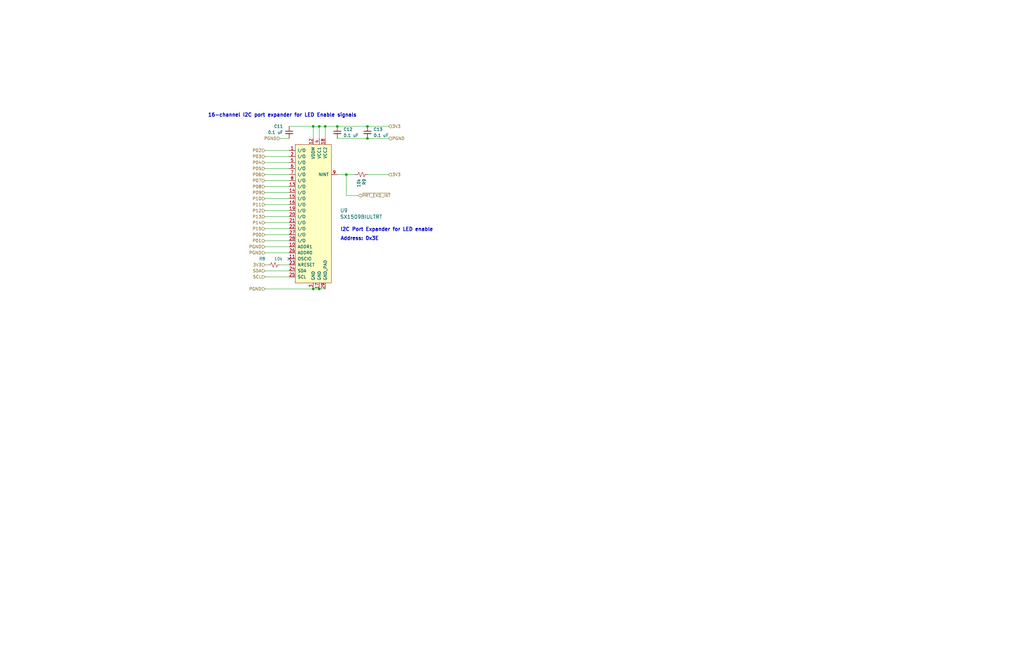
<source format=kicad_sch>
(kicad_sch (version 20211123) (generator eeschema)
  (paper "B")
  (title_block (title "BUM2 LED Controller") (date "2023-01-10") (rev "A"))
  (lib_symbols
    (symbol "Device:R_Small_US" (pin_numbers hide) (pin_names (offset 0.254) hide)
      (property "Reference" "R" (at 0.762 0.508 0))
      (property "Value" "R_Small_US" (at 0.762 -1.016 0))
      (symbol "R_Small_US_1_1"
        (polyline (pts (xy 0 0) (xy 1.016 -0.381) (xy 0 -0.762) (xy -1.016 -1.143) (xy 0 -1.524)))
        (polyline (pts (xy 0 1.524) (xy 1.016 1.143) (xy 0 0.762) (xy -1.016 0.381) (xy 0 0)))
        (pin passive line (at 0 2.54 270) (length 1.016) (name "~") (number "1"))
        (pin passive line (at 0 -2.54 90) (length 1.016) (name "~") (number "2"))
      )
    )
    (symbol "EyeRIS-LRAUV-Control-rescue:C_Small-SPC-Control-rescue-EyeRIS-LRAUV-Control-rescue" (pin_numbers hide) (pin_names (offset 0.254) hide)
      (property "Reference" "C" (at 0.254 1.778 0))
      (property "Value" "C_Small-SPC-Control-rescue-EyeRIS-LRAUV-Control-rescue" (at 0.254 -2.032 0))
      (symbol "C_Small-SPC-Control-rescue-EyeRIS-LRAUV-Control-rescue_0_1"
        (polyline (pts (xy -1.524 -0.508) (xy 1.524 -0.508)) (stroke (width 0.3302)))
        (polyline (pts (xy -1.524 0.508) (xy 1.524 0.508)) (stroke (width 0.3048)))
      )
      (symbol "C_Small-SPC-Control-rescue-EyeRIS-LRAUV-Control-rescue_1_1"
        (pin passive line (at 0 2.54 270) (length 2.032) (name "~") (number "1"))
        (pin passive line (at 0 -2.54 90) (length 2.032) (name "~") (number "2"))
      )
    )
    (symbol "dk_Interface-I-O-Expanders:SX1509BIULTRT" (pin_names (offset 1.016))
      (property "Reference" "U" (at -5.08 21.59 0))
      (property "Value" "SX1509BIULTRT" (at 2.54 -20.32 90))
      (symbol "SX1509BIULTRT_0_1"
        (rectangle (start -7.62 20.32) (end 7.62 -38.1) (fill (type background)))
      )
      (symbol "SX1509BIULTRT_1_1"
        (pin bidirectional line (at -10.16 17.78 0) (length 2.54) (name "I/O") (number "1"))
        (pin input line (at -10.16 -22.86 0) (length 2.54) (name "ADDR1") (number "10"))
        (pin bidirectional line (at -10.16 -27.94 0) (length 2.54) (name "OSCIO") (number "11"))
        (pin power_in line (at 0 22.86 270) (length 2.54) (name "VDDM") (number "12"))
        (pin bidirectional line (at -10.16 2.54 0) (length 2.54) (name "I/O") (number "13"))
        (pin bidirectional line (at -10.16 0 0) (length 2.54) (name "I/O") (number "14"))
        (pin bidirectional line (at -10.16 -2.54 0) (length 2.54) (name "I/O") (number "15"))
        (pin bidirectional line (at -10.16 -5.08 0) (length 2.54) (name "I/O") (number "16"))
        (pin power_in line (at 2.54 -40.64 90) (length 2.54) (name "GND") (number "17"))
        (pin power_in line (at 5.08 22.86 270) (length 2.54) (name "VCC2") (number "18"))
        (pin bidirectional line (at -10.16 -7.62 0) (length 2.54) (name "I/O") (number "19"))
        (pin bidirectional line (at -10.16 15.24 0) (length 2.54) (name "I/O") (number "2"))
        (pin bidirectional line (at -10.16 -10.16 0) (length 2.54) (name "I/O") (number "20"))
        (pin bidirectional line (at -10.16 -12.7 0) (length 2.54) (name "I/O") (number "21"))
        (pin bidirectional line (at -10.16 -15.24 0) (length 2.54) (name "I/O") (number "22"))
        (pin input line (at -10.16 -30.48 0) (length 2.54) (name "NRESET") (number "23"))
        (pin bidirectional line (at -10.16 -33.02 0) (length 2.54) (name "SDA") (number "24"))
        (pin input line (at -10.16 -35.56 0) (length 2.54) (name "SCL") (number "25"))
        (pin input line (at -10.16 -25.4 0) (length 2.54) (name "ADDR0") (number "26"))
        (pin bidirectional line (at -10.16 -17.78 0) (length 2.54) (name "I/O") (number "27"))
        (pin bidirectional line (at -10.16 -20.32 0) (length 2.54) (name "I/O") (number "28"))
        (pin power_in line (at 5.08 -40.64 90) (length 2.54) (name "GND_PAD") (number "29"))
        (pin power_in line (at 0 -40.64 90) (length 2.54) (name "GND") (number "3"))
        (pin power_in line (at 2.54 22.86 270) (length 2.54) (name "VCC1") (number "4"))
        (pin bidirectional line (at -10.16 12.7 0) (length 2.54) (name "I/O") (number "5"))
        (pin bidirectional line (at -10.16 10.16 0) (length 2.54) (name "I/O") (number "6"))
        (pin bidirectional line (at -10.16 7.62 0) (length 2.54) (name "I/O") (number "7"))
        (pin bidirectional line (at -10.16 5.08 0) (length 2.54) (name "I/O") (number "8"))
        (pin output line (at 10.16 7.62 180) (length 2.54) (name "NINT") (number "9"))
      )
    )
  )
  (junction (at 134.62 121.92))
  (junction (at 137.16 53.34))
  (junction (at 134.62 53.34))
  (junction (at 142.24 53.34))
  (junction (at 146.05 73.66))
  (junction (at 154.94 53.34))
  (junction (at 132.08 53.34))
  (junction (at 154.94 58.42))
  (junction (at 132.08 121.92))
  (no_connect (at 121.92 109.22))
  (wire (pts (xy 111.76 66.04) (xy 121.92 66.04)))
  (wire (pts (xy 111.76 68.58) (xy 121.92 68.58)))
  (wire (pts (xy 121.92 76.2) (xy 111.76 76.2)))
  (wire (pts (xy 111.76 71.12) (xy 121.92 71.12)))
  (wire (pts (xy 142.24 58.42) (xy 154.94 58.42)))
  (wire (pts (xy 142.24 53.34) (xy 154.94 53.34)))
  (wire (pts (xy 137.16 121.92) (xy 134.62 121.92)))
  (wire (pts (xy 111.76 86.36) (xy 121.92 86.36)))
  (wire (pts (xy 137.16 53.34) (xy 134.62 53.34)))
  (wire (pts (xy 118.11 111.76) (xy 121.92 111.76)))
  (wire (pts (xy 142.24 73.66) (xy 146.05 73.66)))
  (wire (pts (xy 111.76 101.6) (xy 121.92 101.6)))
  (wire (pts (xy 154.94 58.42) (xy 163.83 58.42)))
  (wire (pts (xy 137.16 58.42) (xy 137.16 53.34)))
  (wire (pts (xy 118.11 58.42) (xy 121.92 58.42)))
  (wire (pts (xy 111.76 114.3) (xy 121.92 114.3)))
  (wire (pts (xy 111.76 83.82) (xy 121.92 83.82)))
  (wire (pts (xy 146.05 73.66) (xy 149.86 73.66)))
  (wire (pts (xy 134.62 121.92) (xy 132.08 121.92)))
  (wire (pts (xy 111.76 111.76) (xy 113.03 111.76)))
  (wire (pts (xy 163.83 53.34) (xy 154.94 53.34)))
  (wire (pts (xy 111.76 106.68) (xy 121.92 106.68)))
  (wire (pts (xy 111.76 63.5) (xy 121.92 63.5)))
  (wire (pts (xy 132.08 121.92) (xy 111.76 121.92)))
  (wire (pts (xy 142.24 53.34) (xy 137.16 53.34)))
  (wire (pts (xy 121.92 53.34) (xy 132.08 53.34)))
  (wire (pts (xy 111.76 78.74) (xy 121.92 78.74)))
  (wire (pts (xy 132.08 53.34) (xy 132.08 58.42)))
  (wire (pts (xy 111.76 96.52) (xy 121.92 96.52)))
  (wire (pts (xy 151.13 82.55) (xy 146.05 82.55)))
  (wire (pts (xy 146.05 82.55) (xy 146.05 73.66)))
  (wire (pts (xy 111.76 88.9) (xy 121.92 88.9)))
  (wire (pts (xy 134.62 53.34) (xy 132.08 53.34)))
  (wire (pts (xy 121.92 104.14) (xy 111.76 104.14)))
  (wire (pts (xy 111.76 81.28) (xy 121.92 81.28)))
  (wire (pts (xy 121.92 116.84) (xy 111.76 116.84)))
  (wire (pts (xy 111.76 99.06) (xy 121.92 99.06)))
  (wire (pts (xy 111.76 91.44) (xy 121.92 91.44)))
  (wire (pts (xy 111.76 73.66) (xy 121.92 73.66)))
  (wire (pts (xy 134.62 58.42) (xy 134.62 53.34)))
  (wire (pts (xy 154.94 73.66) (xy 163.83 73.66)))
  (wire (pts (xy 111.76 93.98) (xy 121.92 93.98)))
  (text "Address: 0x3E" (at 143.51 101.6 0) (effects (font (size 1.4986 1.4986) (thickness 0.2997) bold) (justify left bottom)))
  (text "I2C Port Expander for LED enable\n" (at 143.51 97.79 0) (effects (font (size 1.4986 1.4986) (thickness 0.2997) bold) (justify left bottom)))
  (text "16-channel I2C port expander for LED Enable signals" (at 87.63 49.53 0) (effects (font (size 1.4986 1.4986) (thickness 0.2997) bold) (justify left bottom)))
  (hierarchical_label "PGND" (shape input) (at 111.76 121.92 180))
  (hierarchical_label "P00" (shape input) (at 111.76 99.06 180))
  (hierarchical_label "P08" (shape input) (at 111.76 78.74 180))
  (hierarchical_label "PGND" (shape input) (at 118.11 58.42 180))
  (hierarchical_label "P09" (shape input) (at 111.76 81.28 180))
  (hierarchical_label "P15" (shape input) (at 111.76 96.52 180))
  (hierarchical_label "PGND" (shape input) (at 111.76 104.14 180))
  (hierarchical_label "P12" (shape input) (at 111.76 88.9 180))
  (hierarchical_label "PGND" (shape input) (at 111.76 106.68 180))
  (hierarchical_label "SCL" (shape input) (at 111.76 116.84 180))
  (hierarchical_label "P14" (shape input) (at 111.76 93.98 180))
  (hierarchical_label "P07" (shape input) (at 111.76 76.2 180))
  (hierarchical_label "P02" (shape input) (at 111.76 63.5 180))
  (hierarchical_label "P11" (shape input) (at 111.76 86.36 180))
  (hierarchical_label "P06" (shape input) (at 111.76 73.66 180))
  (hierarchical_label "P01" (shape input) (at 111.76 101.6 180))
  (hierarchical_label "P10" (shape input) (at 111.76 83.82 180))
  (hierarchical_label "3V3" (shape input) (at 163.83 53.34 0))
  (hierarchical_label "SDA" (shape input) (at 111.76 114.3 180))
  (hierarchical_label "P05" (shape input) (at 111.76 71.12 180))
  (hierarchical_label "3V3" (shape input) (at 111.76 111.76 180))
  (hierarchical_label "P04" (shape input) (at 111.76 68.58 180))
  (hierarchical_label "P03" (shape input) (at 111.76 66.04 180))
  (hierarchical_label "P13" (shape input) (at 111.76 91.44 180))
  (hierarchical_label "~{PRT_EXD_INT}" (shape input) (at 151.13 82.55 0))
  (hierarchical_label "PGND" (shape input) (at 163.83 58.42 0))
  (hierarchical_label "3V3" (shape input) (at 163.83 73.66 0))
  (symbol (lib_id "dk_Interface-I-O-Expanders:SX1509BIULTRT") (at 132.08 81.28 0) (unit 1)
    (property "Reference" "U9" (at 143.3576 88.8238 0) (effects (font (size 1.524 1.524)) (justify left)))
    (property "Value" "SX1509BIULTRT" (at 143.3576 91.5162 0) (effects (font (size 1.524 1.524)) (justify left)))
    (property "Footprint" "Package_DFN_QFN:UQFN-28-1EP_4x4mm_P0.4mm_EP2.35x2.35mm_ThermalVias" (effects hide))
    (property "Datasheet" "https://www.semtech.com/uploads/documents/sx150x_89b.pdf" (effects hide))
    (property "Category" "Integrated Circuits (ICs)" (effects hide))
    (property "DK_Datasheet_Link" "https://www.semtech.com/uploads/documents/sx150x_89b.pdf" (effects hide))
    (property "DK_Detail_Page" "/product-detail/en/semtech-corporation/SX1509BIULTRT/SX1509BIULCT-ND/2295548" (effects hide))
    (property "Description" "IC GPIO EXPANDER I2C 16CH 28QFN" (effects hide))
    (property "Digi-Key_PN" "SX1509BIULCT-ND" (effects hide))
    (property "Family" "Interface - I/O Expanders" (effects hide))
    (property "Link" "/product-detail/en/semtech-corporation/SX1509BIULTRT/SX1509BIULCT-ND/2295548" (effects hide))
    (property "MPN" "SX1509BIULTRT" (effects hide))
    (property "Manufacturer" "Semtech Corporation" (effects hide))
    (property "Part Number" "SX1509BIULCT-ND" (effects hide))
    (property "Status" "Active" (effects hide))
    (property "Supplier" "Digikey" (effects hide))
  )
  (symbol (lib_id "EyeRIS-LRAUV-Control-rescue:C_Small-SPC-Control-rescue-EyeRIS-LRAUV-Control-rescue") (at 121.92 55.88 0) (mirror y) (unit 1)
    (property "Reference" "C11" (at 119.38 53.34 0) (effects (justify left)))
    (property "Value" "0.1 uF" (at 119.38 55.88 0) (effects (justify left)))
    (property "Footprint" "Capacitor_SMD:C_0603_1608Metric" (effects hide))
    (property "Datasheet" "http://www.samsungsem.com/kr/support/product-search/mlcc/CL10B104KB8NNNL.jsp" (effects hide))
    (property "Link" "https://www.digikey.com/en/products/detail/samsung-electro-mechanics/CL10B104KB8NNNL/3894274" (effects hide))
    (property "Part Number" "1276-CL10B104KB8NNNLCT-ND" (effects hide))
    (property "Supplier" "Digikey" (effects hide))
  )
  (symbol (lib_id "EyeRIS-LRAUV-Control-rescue:C_Small-SPC-Control-rescue-EyeRIS-LRAUV-Control-rescue") (at 154.94 55.88 0) (unit 1)
    (property "Reference" "C13" (at 157.48 54.61 0) (effects (justify left)))
    (property "Value" "0.1 uF" (at 157.48 57.15 0) (effects (justify left)))
    (property "Footprint" "Capacitor_SMD:C_0603_1608Metric" (effects hide))
    (property "Datasheet" "http://www.samsungsem.com/kr/support/product-search/mlcc/CL10B104KB8NNNL.jsp" (effects hide))
    (property "Link" "https://www.digikey.com/en/products/detail/samsung-electro-mechanics/CL10B104KB8NNNL/3894274" (effects hide))
    (property "Part Number" "1276-CL10B104KB8NNNLCT-ND" (effects hide))
    (property "Supplier" "Digikey" (effects hide))
  )
  (symbol (lib_id "EyeRIS-LRAUV-Control-rescue:C_Small-SPC-Control-rescue-EyeRIS-LRAUV-Control-rescue") (at 142.24 55.88 0) (unit 1)
    (property "Reference" "C12" (at 144.78 54.61 0) (effects (justify left)))
    (property "Value" "0.1 uF" (at 144.78 57.15 0) (effects (justify left)))
    (property "Footprint" "Capacitor_SMD:C_0603_1608Metric" (effects hide))
    (property "Datasheet" "http://www.samsungsem.com/kr/support/product-search/mlcc/CL10B104KB8NNNL.jsp" (effects hide))
    (property "Link" "https://www.digikey.com/en/products/detail/samsung-electro-mechanics/CL10B104KB8NNNL/3894274" (effects hide))
    (property "Part Number" "1276-CL10B104KB8NNNLCT-ND" (effects hide))
    (property "Supplier" "Digikey" (effects hide))
  )
  (symbol (lib_id "Device:R_Small_US") (at 115.57 111.76 90) (unit 1)
    (property "Reference" "R8" (at 109.22 109.22 90) (effects (justify right)))
    (property "Value" "10k" (at 115.57 109.22 90) (effects (justify right)))
    (property "Footprint" "Resistor_SMD:R_0603_1608Metric" (effects hide))
    (property "Datasheet" "https://www.te.com/commerce/DocumentDelivery/DDEController?Action=srchrtrv&DocNm=1773204&DocType=DS&DocLang=English" (effects hide))
    (property "Link" "https://www.digikey.com/en/products/detail/te-connectivity-passive-product/CRG0603F10K/2055639?s=N4IgTCBcDaIIIEYAMA2JAWAHAYQCoFoA5AERAF0BfIA" (effects hide))
    (property "Part Number" "A106048CT-ND" (effects hide))
    (property "Supplier" "Digikey" (effects hide))
  )
  (symbol (lib_id "Device:R_Small_US") (at 152.4 73.66 90) (unit 1)
    (property "Reference" "R9" (at 153.5684 75.3872 0) (effects (justify right)))
    (property "Value" "10k" (at 151.257 75.3872 0) (effects (justify right)))
    (property "Footprint" "Resistor_SMD:R_0603_1608Metric" (effects hide))
    (property "Datasheet" "https://www.te.com/commerce/DocumentDelivery/DDEController?Action=srchrtrv&DocNm=1773204&DocType=DS&DocLang=English" (effects hide))
    (property "Link" "https://www.digikey.com/en/products/detail/te-connectivity-passive-product/CRG0603F10K/2055639?s=N4IgTCBcDaIIIEYAMA2JAWAHAYQCoFoA5AERAF0BfIA" (effects hide))
    (property "Part Number" "A106048CT-ND" (effects hide))
    (property "Supplier" "Digikey" (effects hide))
  )
)
</source>
